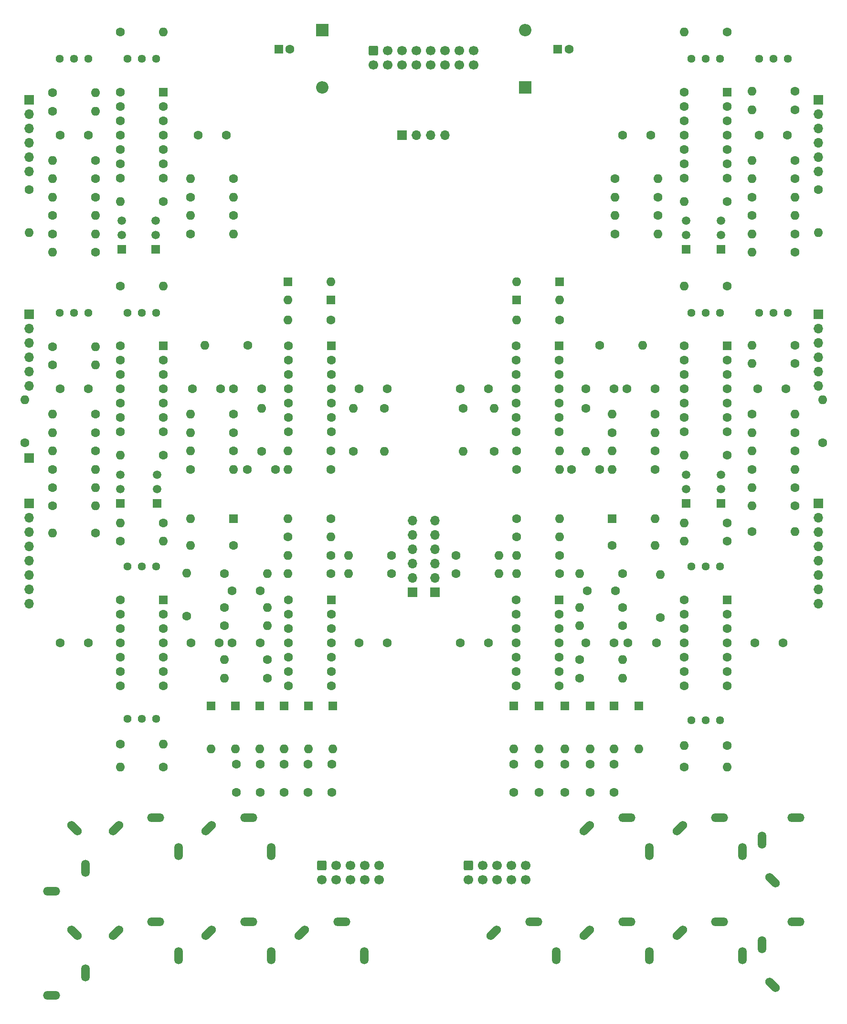
<source format=gbs>
%TF.GenerationSoftware,KiCad,Pcbnew,9.0.0*%
%TF.CreationDate,2025-03-15T21:38:37+01:00*%
%TF.ProjectId,DMH_Dual_VCF_Diode_Ladder_Mk2_PCB_1,444d485f-4475-4616-9c5f-5643465f4469,1*%
%TF.SameCoordinates,Original*%
%TF.FileFunction,Soldermask,Bot*%
%TF.FilePolarity,Negative*%
%FSLAX46Y46*%
G04 Gerber Fmt 4.6, Leading zero omitted, Abs format (unit mm)*
G04 Created by KiCad (PCBNEW 9.0.0) date 2025-03-15 21:38:37*
%MOMM*%
%LPD*%
G01*
G04 APERTURE LIST*
G04 Aperture macros list*
%AMRoundRect*
0 Rectangle with rounded corners*
0 $1 Rounding radius*
0 $2 $3 $4 $5 $6 $7 $8 $9 X,Y pos of 4 corners*
0 Add a 4 corners polygon primitive as box body*
4,1,4,$2,$3,$4,$5,$6,$7,$8,$9,$2,$3,0*
0 Add four circle primitives for the rounded corners*
1,1,$1+$1,$2,$3*
1,1,$1+$1,$4,$5*
1,1,$1+$1,$6,$7*
1,1,$1+$1,$8,$9*
0 Add four rect primitives between the rounded corners*
20,1,$1+$1,$2,$3,$4,$5,0*
20,1,$1+$1,$4,$5,$6,$7,0*
20,1,$1+$1,$6,$7,$8,$9,0*
20,1,$1+$1,$8,$9,$2,$3,0*%
%AMHorizOval*
0 Thick line with rounded ends*
0 $1 width*
0 $2 $3 position (X,Y) of the first rounded end (center of the circle)*
0 $4 $5 position (X,Y) of the second rounded end (center of the circle)*
0 Add line between two ends*
20,1,$1,$2,$3,$4,$5,0*
0 Add two circle primitives to create the rounded ends*
1,1,$1,$2,$3*
1,1,$1,$4,$5*%
G04 Aperture macros list end*
%ADD10R,1.700000X1.700000*%
%ADD11O,1.700000X1.700000*%
%ADD12HorizOval,1.508000X-0.533159X-0.533159X0.533159X0.533159X0*%
%ADD13O,1.508000X3.016000*%
%ADD14O,3.016000X1.508000*%
%ADD15HorizOval,1.508000X-0.533159X0.533159X0.533159X-0.533159X0*%
%ADD16RoundRect,0.250000X0.550000X0.550000X-0.550000X0.550000X-0.550000X-0.550000X0.550000X-0.550000X0*%
%ADD17C,1.600000*%
%ADD18R,1.600000X1.600000*%
%ADD19O,1.600000X1.600000*%
%ADD20RoundRect,0.250000X-0.600000X0.600000X-0.600000X-0.600000X0.600000X-0.600000X0.600000X0.600000X0*%
%ADD21C,1.700000*%
%ADD22R,1.500000X1.500000*%
%ADD23C,1.500000*%
%ADD24C,1.440000*%
%ADD25R,2.200000X2.200000*%
%ADD26O,2.200000X2.200000*%
G04 APERTURE END LIST*
D10*
%TO.C,J15*%
X30000000Y-128000000D03*
D11*
X30000000Y-130540000D03*
X30000000Y-133080000D03*
X30000000Y-135620000D03*
X30000000Y-138160000D03*
X30000000Y-140700000D03*
X30000000Y-143240000D03*
X30000000Y-145780000D03*
%TD*%
D10*
%TO.C,J17*%
X30000000Y-94500000D03*
D11*
X30000000Y-97040000D03*
X30000000Y-99580000D03*
X30000000Y-102120000D03*
X30000000Y-104660000D03*
X30000000Y-107200000D03*
%TD*%
D12*
%TO.C,J6*%
X78403810Y-204153810D03*
D13*
X89500000Y-208250000D03*
D14*
X85500000Y-202250000D03*
%TD*%
D10*
%TO.C,J22*%
X170000000Y-56500000D03*
D11*
X170000000Y-59040000D03*
X170000000Y-61580000D03*
X170000000Y-64120000D03*
X170000000Y-66660000D03*
X170000000Y-69200000D03*
%TD*%
D10*
%TO.C,J21*%
X30000000Y-56500000D03*
D11*
X30000000Y-59040000D03*
X30000000Y-61580000D03*
X30000000Y-64120000D03*
X30000000Y-66660000D03*
X30000000Y-69200000D03*
%TD*%
D12*
%TO.C,J13*%
X112403810Y-204153810D03*
D13*
X123500000Y-208250000D03*
D14*
X119500000Y-202250000D03*
%TD*%
D12*
%TO.C,J11*%
X128903810Y-185653810D03*
D13*
X140000000Y-189750000D03*
D14*
X136000000Y-183750000D03*
%TD*%
D12*
%TO.C,J4*%
X61903810Y-185653810D03*
D13*
X73000000Y-189750000D03*
D14*
X69000000Y-183750000D03*
%TD*%
D10*
%TO.C,J18*%
X170000000Y-94500000D03*
D11*
X170000000Y-97040000D03*
X170000000Y-99580000D03*
X170000000Y-102120000D03*
X170000000Y-104660000D03*
X170000000Y-107200000D03*
%TD*%
D10*
%TO.C,J20*%
X102000000Y-143800000D03*
D11*
X102000000Y-141260000D03*
X102000000Y-138720000D03*
X102000000Y-136180000D03*
X102000000Y-133640000D03*
X102000000Y-131100000D03*
%TD*%
D10*
%TO.C,J0*%
X30000000Y-120000000D03*
%TD*%
D12*
%TO.C,J10*%
X145403810Y-204153810D03*
D13*
X156500000Y-208250000D03*
D14*
X152500000Y-202250000D03*
%TD*%
D10*
%TO.C,J19*%
X98000000Y-143800000D03*
D11*
X98000000Y-141260000D03*
X98000000Y-138720000D03*
X98000000Y-136180000D03*
X98000000Y-133640000D03*
X98000000Y-131100000D03*
%TD*%
D10*
%TO.C,J23*%
X96200000Y-62775000D03*
D11*
X98740000Y-62775000D03*
X101280000Y-62775000D03*
X103820000Y-62775000D03*
%TD*%
D10*
%TO.C,J16*%
X170000000Y-128000000D03*
D11*
X170000000Y-130540000D03*
X170000000Y-133080000D03*
X170000000Y-135620000D03*
X170000000Y-138160000D03*
X170000000Y-140700000D03*
X170000000Y-143240000D03*
X170000000Y-145780000D03*
%TD*%
D15*
%TO.C,J8*%
X161903810Y-194846190D03*
D14*
X166000000Y-183750000D03*
D13*
X160000000Y-187750000D03*
%TD*%
D12*
%TO.C,J3*%
X45403810Y-204153810D03*
D13*
X56500000Y-208250000D03*
D14*
X52500000Y-202250000D03*
%TD*%
D12*
%TO.C,J2*%
X45403810Y-185653810D03*
D13*
X56500000Y-189750000D03*
D14*
X52500000Y-183750000D03*
%TD*%
D12*
%TO.C,J5*%
X61903810Y-204153810D03*
D13*
X73000000Y-208250000D03*
D14*
X69000000Y-202250000D03*
%TD*%
D12*
%TO.C,J12*%
X128903810Y-204153810D03*
D13*
X140000000Y-208250000D03*
D14*
X136000000Y-202250000D03*
%TD*%
D12*
%TO.C,J9*%
X145403810Y-185653810D03*
D13*
X156500000Y-189750000D03*
D14*
X152500000Y-183750000D03*
%TD*%
D15*
%TO.C,J14*%
X161903810Y-213346190D03*
D14*
X166000000Y-202250000D03*
D13*
X160000000Y-206250000D03*
%TD*%
D15*
%TO.C,J1*%
X38096190Y-185653810D03*
D14*
X34000000Y-196750000D03*
D13*
X40000000Y-192750000D03*
%TD*%
D15*
%TO.C,J7*%
X38096190Y-204153810D03*
D14*
X34000000Y-215250000D03*
D13*
X40000000Y-211250000D03*
%TD*%
D16*
%TO.C,U2*%
X153800000Y-55125000D03*
D17*
X153800000Y-57665000D03*
X153800000Y-60205000D03*
X153800000Y-62745000D03*
X153800000Y-65285000D03*
X153800000Y-67825000D03*
X153800000Y-70365000D03*
X146180000Y-70365000D03*
X146180000Y-67825000D03*
X146180000Y-65285000D03*
X146180000Y-62745000D03*
X146180000Y-60205000D03*
X146180000Y-57665000D03*
X146180000Y-55125000D03*
%TD*%
D18*
%TO.C,D20*%
X120500000Y-163940000D03*
D19*
X120500000Y-171560000D03*
%TD*%
D20*
%TO.C,J210*%
X107960000Y-192247500D03*
D21*
X110500000Y-192247500D03*
X113040000Y-192247500D03*
X115580000Y-192247500D03*
X118120000Y-192247500D03*
X107960000Y-194787500D03*
X110500000Y-194787500D03*
X113040000Y-194787500D03*
X115580000Y-194787500D03*
X118120000Y-194787500D03*
%TD*%
D16*
%TO.C,U4*%
X124000000Y-100125000D03*
D17*
X124000000Y-102665000D03*
X124000000Y-105205000D03*
X124000000Y-107745000D03*
X124000000Y-110285000D03*
X124000000Y-112825000D03*
X124000000Y-115365000D03*
X116380000Y-115365000D03*
X116380000Y-112825000D03*
X116380000Y-110285000D03*
X116380000Y-107745000D03*
X116380000Y-105205000D03*
X116380000Y-102665000D03*
X116380000Y-100125000D03*
%TD*%
D18*
%TO.C,D7*%
X62293750Y-163940000D03*
D19*
X62293750Y-171560000D03*
%TD*%
D22*
%TO.C,Q5*%
X52750000Y-128040000D03*
D23*
X52750000Y-125500000D03*
X52750000Y-122960000D03*
%TD*%
D17*
%TO.C,R105*%
X46190000Y-89500000D03*
D19*
X53810000Y-89500000D03*
%TD*%
D17*
%TO.C,R104*%
X34190000Y-100250000D03*
D19*
X41810000Y-100250000D03*
%TD*%
D17*
%TO.C,R74*%
X34190000Y-80250000D03*
D19*
X41810000Y-80250000D03*
%TD*%
D18*
%TO.C,D23*%
X124060000Y-88750000D03*
D19*
X116440000Y-88750000D03*
%TD*%
D17*
%TO.C,C12*%
X66000000Y-152750000D03*
X71000000Y-152750000D03*
%TD*%
%TO.C,R59*%
X128750000Y-111190000D03*
D19*
X128750000Y-118810000D03*
%TD*%
D17*
%TO.C,C25*%
X66750000Y-174250000D03*
X66750000Y-179250000D03*
%TD*%
%TO.C,C33*%
X116000000Y-174250000D03*
X116000000Y-179250000D03*
%TD*%
%TO.C,R100*%
X41810000Y-118750000D03*
D19*
X34190000Y-118750000D03*
%TD*%
D17*
%TO.C,R93*%
X170000000Y-72440000D03*
D19*
X170000000Y-80060000D03*
%TD*%
D17*
%TO.C,R98*%
X34190000Y-128500000D03*
D19*
X41810000Y-128500000D03*
%TD*%
D22*
%TO.C,Q6*%
X46250000Y-128040000D03*
D23*
X46250000Y-125500000D03*
X46250000Y-122960000D03*
%TD*%
D24*
%TO.C,RV26*%
X47460000Y-94250000D03*
X50000000Y-94250000D03*
X52540000Y-94250000D03*
%TD*%
D17*
%TO.C,R83*%
X133940000Y-70500000D03*
D19*
X141560000Y-70500000D03*
%TD*%
D17*
%TO.C,R121*%
X165810000Y-100000000D03*
D19*
X158190000Y-100000000D03*
%TD*%
D17*
%TO.C,R37*%
X72310000Y-159000000D03*
D19*
X64690000Y-159000000D03*
%TD*%
D17*
%TO.C,R87*%
X165810000Y-80250000D03*
D19*
X158190000Y-80250000D03*
%TD*%
D18*
%TO.C,C1*%
X123794888Y-47500000D03*
D17*
X125794888Y-47500000D03*
%TD*%
%TO.C,R92*%
X165810000Y-70500000D03*
D19*
X158190000Y-70500000D03*
%TD*%
D17*
%TO.C,R115*%
X165810000Y-128500000D03*
D19*
X158190000Y-128500000D03*
%TD*%
D17*
%TO.C,R38*%
X83560000Y-95500000D03*
D19*
X75940000Y-95500000D03*
%TD*%
D16*
%TO.C,U1*%
X53800000Y-55125000D03*
D17*
X53800000Y-57665000D03*
X53800000Y-60205000D03*
X53800000Y-62745000D03*
X53800000Y-65285000D03*
X53800000Y-67825000D03*
X53800000Y-70365000D03*
X46180000Y-70365000D03*
X46180000Y-67825000D03*
X46180000Y-65285000D03*
X46180000Y-62745000D03*
X46180000Y-60205000D03*
X46180000Y-57665000D03*
X46180000Y-55125000D03*
%TD*%
%TO.C,C30*%
X125000000Y-179250000D03*
X125000000Y-174250000D03*
%TD*%
%TO.C,R28*%
X75940000Y-134000000D03*
D19*
X83560000Y-134000000D03*
%TD*%
D17*
%TO.C,R142*%
X93000000Y-111190000D03*
D19*
X93000000Y-118810000D03*
%TD*%
D22*
%TO.C,Q8*%
X152750000Y-128040000D03*
D23*
X152750000Y-125500000D03*
X152750000Y-122960000D03*
%TD*%
D17*
%TO.C,R21*%
X153810000Y-171000000D03*
D19*
X146190000Y-171000000D03*
%TD*%
D18*
%TO.C,D6*%
X66310000Y-130750000D03*
D19*
X58690000Y-130750000D03*
%TD*%
D17*
%TO.C,R41*%
X71250000Y-118810000D03*
D19*
X71250000Y-111190000D03*
%TD*%
D17*
%TO.C,R84*%
X141560000Y-73750000D03*
D19*
X133940000Y-73750000D03*
%TD*%
D22*
%TO.C,Q7*%
X146500000Y-128040000D03*
D23*
X146500000Y-125500000D03*
X146500000Y-122960000D03*
%TD*%
D17*
%TO.C,R56*%
X124060000Y-95500000D03*
D19*
X116440000Y-95500000D03*
%TD*%
D17*
%TO.C,R4*%
X53810000Y-131500000D03*
D19*
X46190000Y-131500000D03*
%TD*%
D17*
%TO.C,R35*%
X72310000Y-155750000D03*
D19*
X64690000Y-155750000D03*
%TD*%
D24*
%TO.C,RV4*%
X52540000Y-166250000D03*
X50000000Y-166250000D03*
X47460000Y-166250000D03*
%TD*%
D17*
%TO.C,C4*%
X35500000Y-62750000D03*
X40500000Y-62750000D03*
%TD*%
%TO.C,R32*%
X83560000Y-137250000D03*
D19*
X75940000Y-137250000D03*
%TD*%
D17*
%TO.C,C32*%
X133750000Y-174250000D03*
X133750000Y-179250000D03*
%TD*%
%TO.C,C22*%
X71000000Y-179250000D03*
X71000000Y-174250000D03*
%TD*%
%TO.C,R69*%
X34190000Y-55250000D03*
D19*
X41810000Y-55250000D03*
%TD*%
D17*
%TO.C,R39*%
X83560000Y-118750000D03*
D19*
X75940000Y-118750000D03*
%TD*%
D17*
%TO.C,R127*%
X153810000Y-119500000D03*
D19*
X146190000Y-119500000D03*
%TD*%
D16*
%TO.C,U6*%
X124000000Y-145125000D03*
D17*
X124000000Y-147665000D03*
X124000000Y-150205000D03*
X124000000Y-152745000D03*
X124000000Y-155285000D03*
X124000000Y-157825000D03*
X124000000Y-160365000D03*
X116380000Y-160365000D03*
X116380000Y-157825000D03*
X116380000Y-155285000D03*
X116380000Y-152745000D03*
X116380000Y-150205000D03*
X116380000Y-147665000D03*
X116380000Y-145125000D03*
%TD*%
D18*
%TO.C,D14*%
X83560000Y-92000000D03*
D19*
X75940000Y-92000000D03*
%TD*%
D24*
%TO.C,RV8*%
X147450000Y-139250000D03*
X149990000Y-139250000D03*
X152530000Y-139250000D03*
%TD*%
D17*
%TO.C,R49*%
X124060000Y-140500000D03*
D19*
X116440000Y-140500000D03*
%TD*%
D17*
%TO.C,R73*%
X66310000Y-77000000D03*
D19*
X58690000Y-77000000D03*
%TD*%
D17*
%TO.C,R44*%
X135310000Y-146500000D03*
D19*
X127690000Y-146500000D03*
%TD*%
D17*
%TO.C,R119*%
X165810000Y-115500000D03*
D19*
X158190000Y-115500000D03*
%TD*%
D16*
%TO.C,U5*%
X83620000Y-145125000D03*
D17*
X83620000Y-147665000D03*
X83620000Y-150205000D03*
X83620000Y-152745000D03*
X83620000Y-155285000D03*
X83620000Y-157825000D03*
X83620000Y-160365000D03*
X76000000Y-160365000D03*
X76000000Y-157825000D03*
X76000000Y-155285000D03*
X76000000Y-152745000D03*
X76000000Y-150205000D03*
X76000000Y-147665000D03*
X76000000Y-145125000D03*
%TD*%
%TO.C,C36*%
X136000000Y-107750000D03*
X141000000Y-107750000D03*
%TD*%
%TO.C,R36*%
X94310000Y-137250000D03*
D19*
X86690000Y-137250000D03*
%TD*%
D17*
%TO.C,R30*%
X66310000Y-135500000D03*
D19*
X58690000Y-135500000D03*
%TD*%
D17*
%TO.C,R125*%
X141060000Y-118750000D03*
D19*
X133440000Y-118750000D03*
%TD*%
D25*
%TO.C,D2*%
X82000000Y-44170000D03*
D26*
X82000000Y-54330000D03*
%TD*%
D17*
%TO.C,C29*%
X129500000Y-179250000D03*
X129500000Y-174250000D03*
%TD*%
%TO.C,R27*%
X64690000Y-149750000D03*
D19*
X72310000Y-149750000D03*
%TD*%
D17*
%TO.C,R91*%
X158190000Y-73750000D03*
D19*
X165810000Y-73750000D03*
%TD*%
D17*
%TO.C,R134*%
X146190000Y-174750000D03*
D19*
X153810000Y-174750000D03*
%TD*%
D18*
%TO.C,D21*%
X116000000Y-163940000D03*
D19*
X116000000Y-171560000D03*
%TD*%
D17*
%TO.C,R102*%
X41810000Y-115500000D03*
D19*
X34190000Y-115500000D03*
%TD*%
D17*
%TO.C,C3*%
X60000000Y-62750000D03*
X65000000Y-62750000D03*
%TD*%
%TO.C,C19*%
X59000000Y-107750000D03*
X64000000Y-107750000D03*
%TD*%
%TO.C,R45*%
X135310000Y-149750000D03*
D19*
X127690000Y-149750000D03*
%TD*%
D17*
%TO.C,R86*%
X153810000Y-74500000D03*
D19*
X146190000Y-74500000D03*
%TD*%
D17*
%TO.C,C20*%
X35500000Y-107750000D03*
X40500000Y-107750000D03*
%TD*%
%TO.C,R126*%
X165810000Y-125250000D03*
D19*
X158190000Y-125250000D03*
%TD*%
D16*
%TO.C,U8*%
X153800000Y-145125000D03*
D17*
X153800000Y-147665000D03*
X153800000Y-150205000D03*
X153800000Y-152745000D03*
X153800000Y-155285000D03*
X153800000Y-157825000D03*
X153800000Y-160365000D03*
X146180000Y-160365000D03*
X146180000Y-157825000D03*
X146180000Y-155285000D03*
X146180000Y-152745000D03*
X146180000Y-150205000D03*
X146180000Y-147665000D03*
X146180000Y-145125000D03*
%TD*%
%TO.C,R120*%
X170750000Y-117310000D03*
D19*
X170750000Y-109690000D03*
%TD*%
D24*
%TO.C,RV17*%
X47460000Y-49250000D03*
X50000000Y-49250000D03*
X52540000Y-49250000D03*
%TD*%
D17*
%TO.C,R85*%
X141560000Y-77000000D03*
D19*
X133940000Y-77000000D03*
%TD*%
D18*
%TO.C,C2*%
X74294888Y-47500000D03*
D17*
X76294888Y-47500000D03*
%TD*%
D18*
%TO.C,D17*%
X133750000Y-163940000D03*
D19*
X133750000Y-171560000D03*
%TD*%
D18*
%TO.C,D18*%
X129500000Y-163940000D03*
D19*
X129500000Y-171560000D03*
%TD*%
D17*
%TO.C,C24*%
X79500000Y-179250000D03*
X79500000Y-174250000D03*
%TD*%
D16*
%TO.C,U7*%
X53800000Y-145125000D03*
D17*
X53800000Y-147665000D03*
X53800000Y-150205000D03*
X53800000Y-152745000D03*
X53800000Y-155285000D03*
X53800000Y-157825000D03*
X53800000Y-160365000D03*
X46180000Y-160365000D03*
X46180000Y-157825000D03*
X46180000Y-155285000D03*
X46180000Y-152745000D03*
X46180000Y-150205000D03*
X46180000Y-147665000D03*
X46180000Y-145125000D03*
%TD*%
%TO.C,R114*%
X141060000Y-122000000D03*
D19*
X133440000Y-122000000D03*
%TD*%
D18*
%TO.C,D22*%
X116440000Y-92000000D03*
D19*
X124060000Y-92000000D03*
%TD*%
D17*
%TO.C,R129*%
X141060000Y-112250000D03*
D19*
X133440000Y-112250000D03*
%TD*%
D17*
%TO.C,R124*%
X158190000Y-122000000D03*
D19*
X165810000Y-122000000D03*
%TD*%
D17*
%TO.C,R7*%
X58000000Y-148060000D03*
D19*
X58000000Y-140440000D03*
%TD*%
D17*
%TO.C,R64*%
X41810000Y-67250000D03*
D19*
X34190000Y-67250000D03*
%TD*%
D18*
%TO.C,D12*%
X83887500Y-163940000D03*
D19*
X83887500Y-171560000D03*
%TD*%
D17*
%TO.C,C16*%
X35500000Y-152750000D03*
X40500000Y-152750000D03*
%TD*%
%TO.C,R89*%
X133940000Y-80250000D03*
D19*
X141560000Y-80250000D03*
%TD*%
D17*
%TO.C,R53*%
X127690000Y-155750000D03*
D19*
X135310000Y-155750000D03*
%TD*%
D25*
%TO.C,D1*%
X118000000Y-54330000D03*
D26*
X118000000Y-44170000D03*
%TD*%
D17*
%TO.C,C31*%
X120500000Y-179250000D03*
X120500000Y-174250000D03*
%TD*%
D24*
%TO.C,RV21*%
X164550000Y-49250000D03*
X162010000Y-49250000D03*
X159470000Y-49250000D03*
%TD*%
D17*
%TO.C,C11*%
X88500000Y-152750000D03*
X93500000Y-152750000D03*
%TD*%
D22*
%TO.C,Q2*%
X46500000Y-83030000D03*
D23*
X46500000Y-80490000D03*
X46500000Y-77950000D03*
%TD*%
D20*
%TO.C,J200*%
X81920000Y-192247500D03*
D21*
X84460000Y-192247500D03*
X87000000Y-192247500D03*
X89540000Y-192247500D03*
X92080000Y-192247500D03*
X81920000Y-194787500D03*
X84460000Y-194787500D03*
X87000000Y-194787500D03*
X89540000Y-194787500D03*
X92080000Y-194787500D03*
%TD*%
D24*
%TO.C,RV23*%
X147450000Y-49250000D03*
X149990000Y-49250000D03*
X152530000Y-49250000D03*
%TD*%
D17*
%TO.C,C8*%
X66250000Y-107750000D03*
X71250000Y-107750000D03*
%TD*%
%TO.C,R19*%
X153810000Y-131500000D03*
D19*
X146190000Y-131500000D03*
%TD*%
D17*
%TO.C,R116*%
X158190000Y-112250000D03*
D19*
X165810000Y-112250000D03*
%TD*%
D17*
%TO.C,R29*%
X64690000Y-140500000D03*
D19*
X72310000Y-140500000D03*
%TD*%
D17*
%TO.C,R103*%
X29250000Y-117310000D03*
D19*
X29250000Y-109690000D03*
%TD*%
D17*
%TO.C,R123*%
X133440000Y-115500000D03*
D19*
X141060000Y-115500000D03*
%TD*%
D17*
%TO.C,R60*%
X116440000Y-122000000D03*
D19*
X124060000Y-122000000D03*
%TD*%
D17*
%TO.C,R26*%
X64690000Y-146500000D03*
D19*
X72310000Y-146500000D03*
%TD*%
D17*
%TO.C,C26*%
X83750000Y-174250000D03*
X83750000Y-179250000D03*
%TD*%
D24*
%TO.C,RV2*%
X47460000Y-139250000D03*
X50000000Y-139250000D03*
X52540000Y-139250000D03*
%TD*%
D17*
%TO.C,R50*%
X124060000Y-137250000D03*
D19*
X116440000Y-137250000D03*
%TD*%
D17*
%TO.C,R97*%
X58690000Y-122000000D03*
D19*
X66310000Y-122000000D03*
%TD*%
D16*
%TO.C,U3*%
X83620000Y-100125000D03*
D17*
X83620000Y-102665000D03*
X83620000Y-105205000D03*
X83620000Y-107745000D03*
X83620000Y-110285000D03*
X83620000Y-112825000D03*
X83620000Y-115365000D03*
X76000000Y-115365000D03*
X76000000Y-112825000D03*
X76000000Y-110285000D03*
X76000000Y-107745000D03*
X76000000Y-105205000D03*
X76000000Y-102665000D03*
X76000000Y-100125000D03*
%TD*%
%TO.C,R65*%
X41810000Y-73750000D03*
D19*
X34190000Y-73750000D03*
%TD*%
D17*
%TO.C,C7*%
X88500000Y-107750000D03*
X93500000Y-107750000D03*
%TD*%
%TO.C,R5*%
X41810000Y-133250000D03*
D19*
X34190000Y-133250000D03*
%TD*%
D17*
%TO.C,R81*%
X153810000Y-44500000D03*
D19*
X146190000Y-44500000D03*
%TD*%
D17*
%TO.C,R57*%
X116440000Y-118750000D03*
D19*
X124060000Y-118750000D03*
%TD*%
D17*
%TO.C,R51*%
X105690000Y-140500000D03*
D19*
X113310000Y-140500000D03*
%TD*%
D17*
%TO.C,C15*%
X58750000Y-152750000D03*
X63750000Y-152750000D03*
%TD*%
D24*
%TO.C,RV24*%
X35450000Y-94250000D03*
X37990000Y-94250000D03*
X40530000Y-94250000D03*
%TD*%
D17*
%TO.C,R68*%
X30000000Y-72440000D03*
D19*
X30000000Y-80060000D03*
%TD*%
D17*
%TO.C,C5*%
X159500000Y-62750000D03*
X164500000Y-62750000D03*
%TD*%
%TO.C,R109*%
X34190000Y-125250000D03*
D19*
X41810000Y-125250000D03*
%TD*%
D20*
%TO.C,J100*%
X91110000Y-47747500D03*
D21*
X91110000Y-50287500D03*
X93650000Y-47747500D03*
X93650000Y-50287500D03*
X96190000Y-47747500D03*
X96190000Y-50287500D03*
X98730000Y-47747500D03*
X98730000Y-50287500D03*
X101270000Y-47747500D03*
X101270000Y-50287500D03*
X103810000Y-47747500D03*
X103810000Y-50287500D03*
X106350000Y-47747500D03*
X106350000Y-50287500D03*
X108890000Y-47747500D03*
X108890000Y-50287500D03*
%TD*%
D17*
%TO.C,R143*%
X87500000Y-118810000D03*
D19*
X87500000Y-111190000D03*
%TD*%
D17*
%TO.C,R106*%
X66310000Y-115500000D03*
D19*
X58690000Y-115500000D03*
%TD*%
D17*
%TO.C,C9*%
X128750000Y-107750000D03*
X133750000Y-107750000D03*
%TD*%
%TO.C,R78*%
X34190000Y-58500000D03*
D19*
X41810000Y-58500000D03*
%TD*%
D17*
%TO.C,R33*%
X94310000Y-140500000D03*
D19*
X86690000Y-140500000D03*
%TD*%
D16*
%TO.C,U10*%
X153800000Y-100125000D03*
D17*
X153800000Y-102665000D03*
X153800000Y-105205000D03*
X153800000Y-107745000D03*
X153800000Y-110285000D03*
X153800000Y-112825000D03*
X153800000Y-115365000D03*
X146180000Y-115365000D03*
X146180000Y-112825000D03*
X146180000Y-110285000D03*
X146180000Y-107745000D03*
X146180000Y-105205000D03*
X146180000Y-102665000D03*
X146180000Y-100125000D03*
%TD*%
D24*
%TO.C,RV29*%
X147460000Y-94250000D03*
X150000000Y-94250000D03*
X152540000Y-94250000D03*
%TD*%
D17*
%TO.C,C27*%
X68750000Y-122000000D03*
X73750000Y-122000000D03*
%TD*%
%TO.C,R22*%
X142000000Y-148310000D03*
D19*
X142000000Y-140690000D03*
%TD*%
D18*
%TO.C,D19*%
X125000000Y-163940000D03*
D19*
X125000000Y-171560000D03*
%TD*%
D17*
%TO.C,R55*%
X127690000Y-159000000D03*
D19*
X135310000Y-159000000D03*
%TD*%
D17*
%TO.C,R63*%
X41810000Y-83500000D03*
D19*
X34190000Y-83500000D03*
%TD*%
D17*
%TO.C,R67*%
X41810000Y-70500000D03*
D19*
X34190000Y-70500000D03*
%TD*%
D17*
%TO.C,R79*%
X165810000Y-55000000D03*
D19*
X158190000Y-55000000D03*
%TD*%
D17*
%TO.C,C34*%
X131250000Y-122000000D03*
X126250000Y-122000000D03*
%TD*%
%TO.C,R82*%
X165810000Y-58250000D03*
D19*
X158190000Y-58250000D03*
%TD*%
D17*
%TO.C,C28*%
X129000000Y-143500000D03*
X134000000Y-143500000D03*
%TD*%
%TO.C,C10*%
X106500000Y-107750000D03*
X111500000Y-107750000D03*
%TD*%
%TO.C,C6*%
X135250000Y-62750000D03*
X140250000Y-62750000D03*
%TD*%
%TO.C,R52*%
X116440000Y-130750000D03*
D19*
X124060000Y-130750000D03*
%TD*%
D17*
%TO.C,R94*%
X165810000Y-67250000D03*
D19*
X158190000Y-67250000D03*
%TD*%
D17*
%TO.C,R46*%
X116440000Y-134000000D03*
D19*
X124060000Y-134000000D03*
%TD*%
D17*
%TO.C,C17*%
X158750000Y-152750000D03*
X163750000Y-152750000D03*
%TD*%
D24*
%TO.C,RV10*%
X147450000Y-166500000D03*
X149990000Y-166500000D03*
X152530000Y-166500000D03*
%TD*%
D18*
%TO.C,D16*%
X138150000Y-163940000D03*
D19*
X138150000Y-171560000D03*
%TD*%
D17*
%TO.C,R122*%
X153810000Y-89500000D03*
D19*
X146190000Y-89500000D03*
%TD*%
D17*
%TO.C,R43*%
X68810000Y-100000000D03*
D19*
X61190000Y-100000000D03*
%TD*%
D17*
%TO.C,R99*%
X41810000Y-112250000D03*
D19*
X34190000Y-112250000D03*
%TD*%
D17*
%TO.C,R70*%
X46190000Y-44500000D03*
D19*
X53810000Y-44500000D03*
%TD*%
D17*
%TO.C,R75*%
X53810000Y-74500000D03*
D19*
X46190000Y-74500000D03*
%TD*%
D17*
%TO.C,R112*%
X66310000Y-112250000D03*
D19*
X58690000Y-112250000D03*
%TD*%
D17*
%TO.C,R117*%
X165810000Y-118750000D03*
D19*
X158190000Y-118750000D03*
%TD*%
D17*
%TO.C,C13*%
X128750000Y-152750000D03*
X133750000Y-152750000D03*
%TD*%
%TO.C,R61*%
X131190000Y-100000000D03*
D19*
X138810000Y-100000000D03*
%TD*%
D17*
%TO.C,R107*%
X34190000Y-122000000D03*
D19*
X41810000Y-122000000D03*
%TD*%
D17*
%TO.C,R3*%
X46190000Y-134750000D03*
D19*
X53810000Y-134750000D03*
%TD*%
D17*
%TO.C,R145*%
X112500000Y-118810000D03*
D19*
X112500000Y-111190000D03*
%TD*%
D24*
%TO.C,RV14*%
X35450000Y-49250000D03*
X37990000Y-49250000D03*
X40530000Y-49250000D03*
%TD*%
D17*
%TO.C,R90*%
X165810000Y-83500000D03*
D19*
X158190000Y-83500000D03*
%TD*%
D17*
%TO.C,R47*%
X135310000Y-140500000D03*
D19*
X127690000Y-140500000D03*
%TD*%
D17*
%TO.C,R42*%
X83560000Y-122000000D03*
D19*
X75940000Y-122000000D03*
%TD*%
D17*
%TO.C,R110*%
X53810000Y-119500000D03*
D19*
X46190000Y-119500000D03*
%TD*%
D22*
%TO.C,Q1*%
X52500000Y-83040000D03*
D23*
X52500000Y-80500000D03*
X52500000Y-77960000D03*
%TD*%
D17*
%TO.C,R72*%
X34190000Y-77000000D03*
D19*
X41810000Y-77000000D03*
%TD*%
D17*
%TO.C,R62*%
X58690000Y-80250000D03*
D19*
X66310000Y-80250000D03*
%TD*%
D24*
%TO.C,RV12*%
X164540000Y-94250000D03*
X162000000Y-94250000D03*
X159460000Y-94250000D03*
%TD*%
D18*
%TO.C,D11*%
X79568750Y-163940000D03*
D19*
X79568750Y-171560000D03*
%TD*%
D17*
%TO.C,R144*%
X107000000Y-111190000D03*
D19*
X107000000Y-118810000D03*
%TD*%
D17*
%TO.C,C35*%
X159250000Y-107750000D03*
X164250000Y-107750000D03*
%TD*%
%TO.C,R20*%
X158190000Y-133000000D03*
D19*
X165810000Y-133000000D03*
%TD*%
D22*
%TO.C,Q4*%
X152750000Y-83040000D03*
D23*
X152750000Y-80500000D03*
X152750000Y-77960000D03*
%TD*%
D18*
%TO.C,D15*%
X133440000Y-130750000D03*
D19*
X141060000Y-130750000D03*
%TD*%
D17*
%TO.C,R6*%
X46190000Y-170750000D03*
D19*
X53810000Y-170750000D03*
%TD*%
D16*
%TO.C,U9*%
X53800000Y-100125000D03*
D17*
X53800000Y-102665000D03*
X53800000Y-105205000D03*
X53800000Y-107745000D03*
X53800000Y-110285000D03*
X53800000Y-112825000D03*
X53800000Y-115365000D03*
X46180000Y-115365000D03*
X46180000Y-112825000D03*
X46180000Y-110285000D03*
X46180000Y-107745000D03*
X46180000Y-105205000D03*
X46180000Y-102665000D03*
X46180000Y-100125000D03*
%TD*%
%TO.C,C21*%
X71000000Y-143500000D03*
X66000000Y-143500000D03*
%TD*%
%TO.C,R71*%
X58690000Y-73750000D03*
D19*
X66310000Y-73750000D03*
%TD*%
D17*
%TO.C,C14*%
X106500000Y-152750000D03*
X111500000Y-152750000D03*
%TD*%
%TO.C,R31*%
X83560000Y-140500000D03*
D19*
X75940000Y-140500000D03*
%TD*%
D17*
%TO.C,C23*%
X75250000Y-179250000D03*
X75250000Y-174250000D03*
%TD*%
%TO.C,R18*%
X153810000Y-134750000D03*
D19*
X146190000Y-134750000D03*
%TD*%
D17*
%TO.C,R48*%
X133440000Y-135500000D03*
D19*
X141060000Y-135500000D03*
%TD*%
D18*
%TO.C,D8*%
X66612500Y-163940000D03*
D19*
X66612500Y-171560000D03*
%TD*%
D17*
%TO.C,R88*%
X158190000Y-77000000D03*
D19*
X165810000Y-77000000D03*
%TD*%
D17*
%TO.C,R108*%
X66310000Y-118750000D03*
D19*
X58690000Y-118750000D03*
%TD*%
D18*
%TO.C,D13*%
X75940000Y-88750000D03*
D19*
X83560000Y-88750000D03*
%TD*%
D17*
%TO.C,R77*%
X66310000Y-70500000D03*
D19*
X58690000Y-70500000D03*
%TD*%
D18*
%TO.C,D10*%
X75250000Y-163940000D03*
D19*
X75250000Y-171560000D03*
%TD*%
D17*
%TO.C,R34*%
X83560000Y-130750000D03*
D19*
X75940000Y-130750000D03*
%TD*%
D17*
%TO.C,R54*%
X105690000Y-137250000D03*
D19*
X113310000Y-137250000D03*
%TD*%
D17*
%TO.C,R133*%
X53810000Y-174750000D03*
D19*
X46190000Y-174750000D03*
%TD*%
D18*
%TO.C,D9*%
X70931250Y-163940000D03*
D19*
X70931250Y-171560000D03*
%TD*%
D17*
%TO.C,C18*%
X136250000Y-152750000D03*
X141250000Y-152750000D03*
%TD*%
%TO.C,R130*%
X165810000Y-103250000D03*
D19*
X158190000Y-103250000D03*
%TD*%
D17*
%TO.C,R113*%
X34190000Y-103500000D03*
D19*
X41810000Y-103500000D03*
%TD*%
D22*
%TO.C,Q3*%
X146500000Y-83040000D03*
D23*
X146500000Y-80500000D03*
X146500000Y-77960000D03*
%TD*%
M02*

</source>
